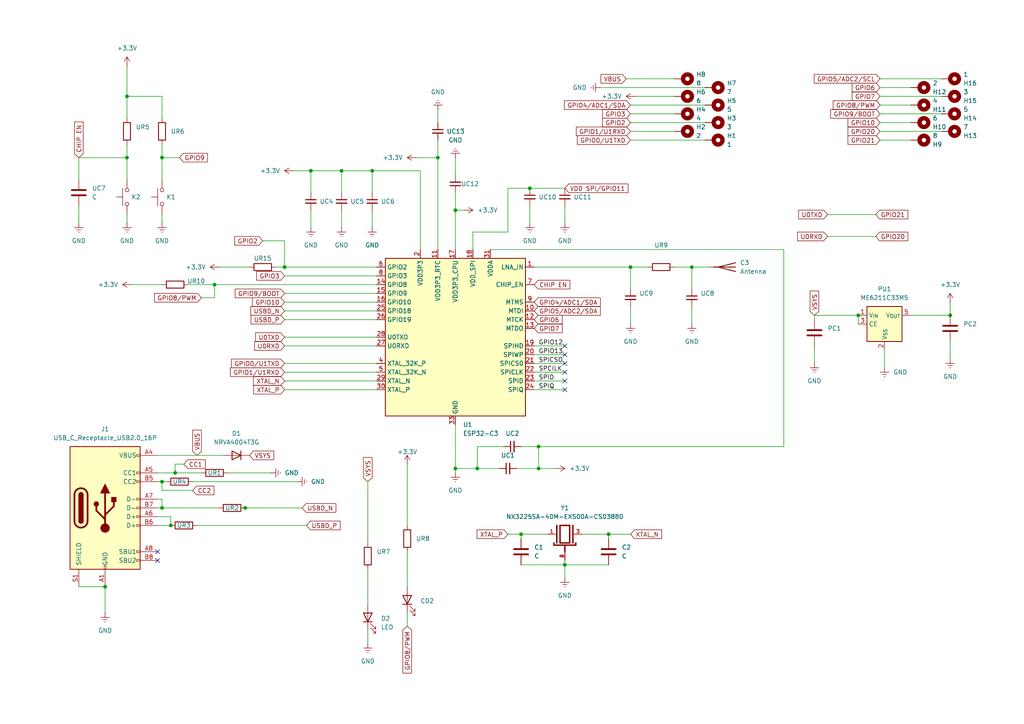
<source format=kicad_sch>
(kicad_sch (version 20231120) (generator "eeschema") (generator_version "8.0")
  (paper "A4")
  (title_block (title "ESP32-C3 ") (date "2025-01-08") (company "Asfandyar Khan"))
  (lib_symbols
    (symbol "Connector:USB_C_Receptacle_USB2.0_16P" (pin_names (offset 1.016))
      (property "Reference" "J" (at 0 22.225 0))
      (property "Value" "USB_C_Receptacle_USB2.0_16P" (at 0 19.685 0))
      (symbol "USB_C_Receptacle_USB2.0_16P_1_1"
        (pin passive line (at 0 -22.86 90) (length 5.08) (name "GND") (number "A1"))
        (pin passive line (at 0 -22.86 90) (length 5.08) hide (name "GND") (number "A12"))
        (pin passive line (at 15.24 15.24 180) (length 5.08) (name "VBUS") (number "A4"))
        (pin bidirectional line (at 15.24 10.16 180) (length 5.08) (name "CC1") (number "A5"))
        (pin bidirectional line (at 15.24 -2.54 180) (length 5.08) (name "D+") (number "A6"))
        (pin bidirectional line (at 15.24 2.54 180) (length 5.08) (name "D-") (number "A7"))
        (pin bidirectional line (at 15.24 -12.7 180) (length 5.08) (name "SBU1") (number "A8"))
        (pin passive line (at 15.24 15.24 180) (length 5.08) hide (name "VBUS") (number "A9"))
        (pin passive line (at 0 -22.86 90) (length 5.08) hide (name "GND") (number "B1"))
        (pin passive line (at 0 -22.86 90) (length 5.08) hide (name "GND") (number "B12"))
        (pin passive line (at 15.24 15.24 180) (length 5.08) hide (name "VBUS") (number "B4"))
        (pin bidirectional line (at 15.24 7.62 180) (length 5.08) (name "CC2") (number "B5"))
        (pin bidirectional line (at 15.24 -5.08 180) (length 5.08) (name "D+") (number "B6"))
        (pin bidirectional line (at 15.24 0 180) (length 5.08) (name "D-") (number "B7"))
        (pin bidirectional line (at 15.24 -15.24 180) (length 5.08) (name "SBU2") (number "B8"))
        (pin passive line (at 15.24 15.24 180) (length 5.08) hide (name "VBUS") (number "B9"))
        (pin passive line (at -7.62 -22.86 90) (length 5.08) (name "SHIELD") (number "S1"))
      )
    )
    (symbol "Device:Antenna" (pin_numbers hide) (pin_names (offset 1.016) hide)
      (property "Reference" "AE" (at -1.905 1.905 0))
      (property "Value" "Antenna" (at -1.905 0 0))
      (symbol "Antenna_1_1"
        (pin input line (at 0 -5.08 90) (length 2.54) (name "A") (number "1"))
      )
    )
    (symbol "Device:C" (pin_numbers hide) (pin_names (offset 0.254))
      (property "Reference" "C" (at 0.635 2.54 0))
      (property "Value" "C" (at 0.635 -2.54 0))
      (symbol "C_1_1"
        (pin passive line (at 0 3.81 270) (length 2.794) (name "~") (number "1"))
        (pin passive line (at 0 -3.81 90) (length 2.794) (name "~") (number "2"))
      )
    )
    (symbol "Device:C_Small" (pin_numbers hide) (pin_names (offset 0.254) hide)
      (property "Reference" "C" (at 0.254 1.778 0))
      (property "Value" "C_Small" (at 0.254 -2.032 0))
      (symbol "C_Small_1_1"
        (pin passive line (at 0 2.54 270) (length 2.032) (name "~") (number "1"))
        (pin passive line (at 0 -2.54 90) (length 2.032) (name "~") (number "2"))
      )
    )
    (symbol "Device:LED" (pin_numbers hide) (pin_names (offset 1.016) hide)
      (property "Reference" "D" (at 0 2.54 0))
      (property "Value" "LED" (at 0 -2.54 0))
      (symbol "LED_1_1"
        (pin passive line (at -3.81 0 0) (length 2.54) (name "K") (number "1"))
        (pin passive line (at 3.81 0 180) (length 2.54) (name "A") (number "2"))
      )
    )
    (symbol "Device:R" (pin_numbers hide) (pin_names (offset 0))
      (property "Reference" "R" (at 2.032 0 90))
      (property "Value" "R" (at 0 0 90))
      (symbol "R_1_1"
        (pin passive line (at 0 3.81 270) (length 1.27) (name "~") (number "1"))
        (pin passive line (at 0 -3.81 90) (length 1.27) (name "~") (number "2"))
      )
    )
    (symbol "Diode:NRVA4004T3G" (pin_numbers hide) (pin_names hide)
      (property "Reference" "D" (at 0 2.54 0))
      (property "Value" "NRVA4004T3G" (at 0 -2.54 0))
      (symbol "NRVA4004T3G_1_1"
        (pin passive line (at -3.81 0 0) (length 2.54) (name "K") (number "1"))
        (pin passive line (at 3.81 0 180) (length 2.54) (name "A") (number "2"))
      )
    )
    (symbol "MCU_Espressif:ESP32-C3"
      (property "Reference" "U" (at -17.272 23.876 0))
      (property "Value" "ESP32-C3" (at 16.256 23.876 0))
      (symbol "ESP32-C3_1_1"
        (pin bidirectional line (at 22.86 20.32 180) (length 2.54) (name "LNA_IN") (number "1"))
        (pin bidirectional line (at 22.86 7.62 180) (length 2.54) (name "MTDI") (number "10"))
        (pin power_in line (at -5.08 25.4 270) (length 2.54) (name "VDD3P3_RTC") (number "11"))
        (pin bidirectional line (at 22.86 5.08 180) (length 2.54) (name "MTCK") (number "12"))
        (pin bidirectional line (at 22.86 2.54 180) (length 2.54) (name "MTDO") (number "13"))
        (pin bidirectional line (at -22.86 15.24 0) (length 2.54) (name "GPIO8") (number "14"))
        (pin bidirectional line (at -22.86 12.7 0) (length 2.54) (name "GPIO9") (number "15"))
        (pin bidirectional line (at -22.86 10.16 0) (length 2.54) (name "GPIO10") (number "16"))
        (pin power_in line (at 0 25.4 270) (length 2.54) (name "VDD3P3_CPU") (number "17"))
        (pin power_out line (at 5.08 25.4 270) (length 2.54) (name "VDD_SPI") (number "18"))
        (pin bidirectional line (at 22.86 -2.54 180) (length 2.54) (name "SPIHD") (number "19"))
        (pin power_in line (at -10.16 25.4 270) (length 2.54) (name "VDD3P3") (number "2"))
        (pin bidirectional line (at 22.86 -5.08 180) (length 2.54) (name "SPIWP") (number "20"))
        (pin bidirectional line (at 22.86 -7.62 180) (length 2.54) (name "SPICS0") (number "21"))
        (pin bidirectional line (at 22.86 -10.16 180) (length 2.54) (name "SPICLK") (number "22"))
        (pin bidirectional line (at 22.86 -12.7 180) (length 2.54) (name "SPID") (number "23"))
        (pin bidirectional line (at 22.86 -15.24 180) (length 2.54) (name "SPIQ") (number "24"))
        (pin bidirectional line (at -22.86 7.62 0) (length 2.54) (name "GPIO18") (number "25"))
        (pin bidirectional line (at -22.86 5.08 0) (length 2.54) (name "GPIO19") (number "26"))
        (pin bidirectional line (at -22.86 -2.54 0) (length 2.54) (name "U0RXD") (number "27"))
        (pin bidirectional line (at -22.86 0 0) (length 2.54) (name "U0TXD") (number "28"))
        (pin bidirectional line (at -22.86 -12.7 0) (length 2.54) (name "XTAL_N") (number "29"))
        (pin passive line (at -10.16 25.4 270) (length 2.54) hide (name "VDD3P3") (number "3"))
        (pin bidirectional line (at -22.86 -15.24 0) (length 2.54) (name "XTAL_P") (number "30"))
        (pin power_in line (at 10.16 25.4 270) (length 2.54) (name "VDDA") (number "31"))
        (pin passive line (at 10.16 25.4 270) (length 2.54) hide (name "VDDA") (number "32"))
        (pin power_in line (at 0 -25.4 90) (length 2.54) (name "GND") (number "33"))
        (pin bidirectional line (at -22.86 -7.62 0) (length 2.54) (name "XTAL_32K_P") (number "4"))
        (pin bidirectional line (at -22.86 -10.16 0) (length 2.54) (name "XTAL_32K_N") (number "5"))
        (pin bidirectional line (at -22.86 20.32 0) (length 2.54) (name "GPIO2") (number "6"))
        (pin bidirectional line (at 22.86 15.24 180) (length 2.54) (name "CHIP_EN") (number "7"))
        (pin bidirectional line (at -22.86 17.78 0) (length 2.54) (name "GPIO3") (number "8"))
        (pin bidirectional line (at 22.86 10.16 180) (length 2.54) (name "MTMS") (number "9"))
      )
    )
    (symbol "Mechanical:MountingHole_Pad" (pin_numbers hide) (pin_names (offset 1.016) hide) (exclude_from_sim yes) (in_bom no)
      (property "Reference" "H" (at 0 6.35 0))
      (property "Value" "MountingHole_Pad" (at 0 4.445 0))
      (symbol "MountingHole_Pad_1_1"
        (pin input line (at 0 -2.54 90) (length 2.54) (name "1") (number "1"))
      )
    )
    (symbol "NX3225SA-40M-EXS00A-CS03880:NX3225SA-40M-EXS00A-CS03880" (pin_names (offset 1.016))
      (property "Reference" "Y" (at -5.08 6.35 0))
      (property "Value" "NX3225SA-40M-EXS00A-CS03880" (at -5.08 3.81 0))
      (symbol "NX3225SA-40M-EXS00A-CS03880_0_0"
        (pin passive line (at -5.08 0 0) (length 2.54) (name "~") (number "1"))
        (pin power_in line (at 0 -7.62 90) (length 2.54) (name "~") (number "2"))
        (pin passive line (at 5.08 0 180) (length 2.54) (name "~") (number "3"))
        (pin power_in line (at 0 -7.62 90) (length 2.54) (name "~") (number "4"))
      )
    )
    (symbol "Regulator_Linear:ME6211C33M5"
      (property "Reference" "U" (at -4.572 6.35 0))
      (property "Value" "ME6211C33M5" (at 10.16 8.636 0))
      (symbol "ME6211C33M5_1_1"
        (pin power_in line (at -7.62 2.54 0) (length 2.54) (name "V_{IN}") (number "1"))
        (pin power_in line (at 0 -7.62 90) (length 2.54) (name "V_{SS}") (number "2"))
        (pin input line (at -7.62 0 0) (length 2.54) (name "CE") (number "3"))
        (pin no_connect line (at 5.08 0 180) (length 2.54) hide (name "NC") (number "4"))
        (pin power_out line (at 7.62 2.54 180) (length 2.54) (name "V_{OUT}") (number "5"))
      )
    )
    (symbol "Switch:SW_Omron_B3FS" (pin_numbers hide) (pin_names (offset 1.016) hide)
      (property "Reference" "SW" (at 1.27 2.54 0))
      (property "Value" "SW_Omron_B3FS" (at 0 -1.524 0))
      (symbol "SW_Omron_B3FS_0_1"
        (pin passive line (at -5.08 0 0) (length 2.54) (name "1") (number "1"))
        (pin passive line (at 5.08 0 180) (length 2.54) (name "2") (number "2"))
      )
    )
    (symbol "power:+3.3V" (power) (pin_numbers hide) (pin_names (offset 0) hide)
      (property "Value" "+3.3V" (at 0 3.556 0))
      (symbol "+3.3V_1_1"
        (pin power_in line (at 0 0 90) (length 0) (name "~") (number "1"))
      )
    )
    (symbol "power:Earth" (power) (pin_numbers hide) (pin_names (offset 0) hide)
      (property "Value" "Earth" (at 0 -3.81 0))
      (symbol "Earth_1_1"
        (pin power_in line (at 0 0 270) (length 0) (name "~") (number "1"))
      )
    )
  )
  (junction (at 62.23 82.55))
  (junction (at 99.06 49.53))
  (junction (at 176.53 154.94))
  (junction (at 151.13 154.94))
  (junction (at 82.55 77.47))
  (junction (at 90.17 49.53))
  (junction (at 36.83 45.72))
  (junction (at 50.8 137.16))
  (junction (at 127 45.72))
  (junction (at 107.95 49.53))
  (junction (at 132.08 135.89))
  (junction (at 156.21 135.89))
  (junction (at 49.53 152.4))
  (junction (at 132.08 60.96))
  (junction (at 36.83 27.94))
  (junction (at 156.21 129.54))
  (junction (at 46.99 147.32))
  (junction (at 200.66 77.47))
  (junction (at 153.67 54.61))
  (junction (at 30.48 170.18))
  (junction (at 275.59 91.44))
  (junction (at 138.43 135.89))
  (junction (at 182.88 77.47))
  (junction (at 163.83 163.83))
  (junction (at 248.92 91.44))
  (junction (at 71.12 147.32))
  (junction (at 46.99 139.7))
  (junction (at 46.99 45.72))
  (no_connect (at 45.72 162.56))
  (no_connect (at 163.83 110.49))
  (no_connect (at 163.83 102.87))
  (no_connect (at 45.72 160.02))
  (no_connect (at 163.83 105.41))
  (no_connect (at 163.83 100.33))
  (no_connect (at 163.83 113.03))
  (no_connect (at 163.83 107.95))
  (wire (pts (xy 132.08 123.19) (xy 132.08 135.89)))
  (wire (pts (xy 82.55 87.63) (xy 109.22 87.63)))
  (wire (pts (xy 45.72 152.4) (xy 49.53 152.4)))
  (wire (pts (xy 118.11 160.02) (xy 118.11 170.18)))
  (wire (pts (xy 255.27 40.64) (xy 264.16 40.64)))
  (wire (pts (xy 146.05 129.54) (xy 138.43 129.54)))
  (wire (pts (xy 36.83 52.07) (xy 36.83 45.72)))
  (wire (pts (xy 154.94 102.87) (xy 163.83 102.87)))
  (wire (pts (xy 236.22 91.44) (xy 248.92 91.44)))
  (wire (pts (xy 154.94 107.95) (xy 163.83 107.95)))
  (wire (pts (xy 147.32 54.61) (xy 153.67 54.61)))
  (wire (pts (xy 163.83 162.56) (xy 163.83 163.83)))
  (wire (pts (xy 163.83 163.83) (xy 176.53 163.83)))
  (wire (pts (xy 127 45.72) (xy 120.65 45.72)))
  (wire (pts (xy 132.08 60.96) (xy 132.08 72.39)))
  (wire (pts (xy 106.68 139.7) (xy 106.68 157.48)))
  (wire (pts (xy 55.88 139.7) (xy 86.36 139.7)))
  (wire (pts (xy 154.94 110.49) (xy 163.83 110.49)))
  (wire (pts (xy 38.1 82.55) (xy 46.99 82.55)))
  (wire (pts (xy 76.2 69.85) (xy 82.55 69.85)))
  (wire (pts (xy 22.86 59.69) (xy 22.86 64.77)))
  (wire (pts (xy 142.24 72.39) (xy 227.33 72.39)))
  (wire (pts (xy 132.08 50.8) (xy 132.08 45.72)))
  (wire (pts (xy 275.59 87.63) (xy 275.59 91.44)))
  (wire (pts (xy 138.43 129.54) (xy 138.43 135.89)))
  (wire (pts (xy 255.27 38.1) (xy 273.05 38.1)))
  (wire (pts (xy 45.72 149.86) (xy 49.53 149.86)))
  (wire (pts (xy 255.27 25.4) (xy 264.16 25.4)))
  (wire (pts (xy 255.27 27.94) (xy 273.05 27.94)))
  (wire (pts (xy 154.94 113.03) (xy 163.83 113.03)))
  (wire (pts (xy 82.55 77.47) (xy 109.22 77.47)))
  (wire (pts (xy 49.53 149.86) (xy 49.53 152.4)))
  (wire (pts (xy 45.72 139.7) (xy 46.99 139.7)))
  (wire (pts (xy 71.12 147.32) (xy 69.85 147.32)))
  (wire (pts (xy 256.54 101.6) (xy 256.54 106.68)))
  (wire (pts (xy 82.55 69.85) (xy 82.55 77.47)))
  (wire (pts (xy 236.22 100.33) (xy 236.22 105.41)))
  (wire (pts (xy 118.11 177.8) (xy 118.11 181.61)))
  (wire (pts (xy 90.17 49.53) (xy 99.06 49.53)))
  (wire (pts (xy 46.99 45.72) (xy 52.07 45.72)))
  (wire (pts (xy 176.53 154.94) (xy 176.53 156.21)))
  (wire (pts (xy 45.72 132.08) (xy 64.77 132.08)))
  (wire (pts (xy 36.83 27.94) (xy 36.83 34.29)))
  (wire (pts (xy 132.08 135.89) (xy 138.43 135.89)))
  (wire (pts (xy 66.04 137.16) (xy 78.74 137.16)))
  (wire (pts (xy 151.13 129.54) (xy 156.21 129.54)))
  (wire (pts (xy 62.23 82.55) (xy 109.22 82.55)))
  (wire (pts (xy 227.33 129.54) (xy 156.21 129.54)))
  (wire (pts (xy 121.92 49.53) (xy 107.95 49.53)))
  (wire (pts (xy 156.21 135.89) (xy 161.29 135.89)))
  (wire (pts (xy 46.99 34.29) (xy 46.99 27.94)))
  (wire (pts (xy 82.55 85.09) (xy 109.22 85.09)))
  (wire (pts (xy 127 31.75) (xy 127 35.56)))
  (wire (pts (xy 54.61 82.55) (xy 62.23 82.55)))
  (wire (pts (xy 22.86 45.72) (xy 22.86 52.07)))
  (wire (pts (xy 200.66 88.9) (xy 200.66 93.98)))
  (wire (pts (xy 182.88 88.9) (xy 182.88 93.98)))
  (wire (pts (xy 46.99 62.23) (xy 46.99 64.77)))
  (wire (pts (xy 153.67 59.69) (xy 153.67 64.77)))
  (wire (pts (xy 195.58 77.47) (xy 200.66 77.47)))
  (wire (pts (xy 106.68 182.88) (xy 106.68 186.69)))
  (wire (pts (xy 121.92 72.39) (xy 121.92 49.53)))
  (wire (pts (xy 138.43 135.89) (xy 144.78 135.89)))
  (wire (pts (xy 45.72 137.16) (xy 50.8 137.16)))
  (wire (pts (xy 36.83 19.05) (xy 36.83 27.94)))
  (wire (pts (xy 182.88 83.82) (xy 182.88 77.47)))
  (wire (pts (xy 137.16 72.39) (xy 137.16 67.31)))
  (wire (pts (xy 182.88 38.1) (xy 195.58 38.1)))
  (wire (pts (xy 151.13 154.94) (xy 151.13 156.21)))
  (wire (pts (xy 82.55 107.95) (xy 109.22 107.95)))
  (wire (pts (xy 132.08 135.89) (xy 132.08 137.16)))
  (wire (pts (xy 154.94 105.41) (xy 163.83 105.41)))
  (wire (pts (xy 82.55 113.03) (xy 109.22 113.03)))
  (wire (pts (xy 55.88 142.24) (xy 46.99 142.24)))
  (wire (pts (xy 82.55 80.01) (xy 109.22 80.01)))
  (wire (pts (xy 200.66 77.47) (xy 205.74 77.47)))
  (wire (pts (xy 182.88 40.64) (xy 204.47 40.64)))
  (wire (pts (xy 137.16 67.31) (xy 147.32 67.31)))
  (wire (pts (xy 46.99 147.32) (xy 63.5 147.32)))
  (wire (pts (xy 82.55 105.41) (xy 109.22 105.41)))
  (wire (pts (xy 181.61 22.86) (xy 195.58 22.86)))
  (wire (pts (xy 227.33 72.39) (xy 227.33 129.54)))
  (wire (pts (xy 248.92 91.44) (xy 248.92 93.98)))
  (wire (pts (xy 82.55 110.49) (xy 109.22 110.49)))
  (wire (pts (xy 57.15 152.4) (xy 88.9 152.4)))
  (wire (pts (xy 153.67 54.61) (xy 163.83 54.61)))
  (wire (pts (xy 106.68 165.1) (xy 106.68 175.26)))
  (wire (pts (xy 154.94 100.33) (xy 163.83 100.33)))
  (wire (pts (xy 163.83 163.83) (xy 163.83 167.64)))
  (wire (pts (xy 36.83 45.72) (xy 22.86 45.72)))
  (wire (pts (xy 151.13 154.94) (xy 158.75 154.94)))
  (wire (pts (xy 90.17 55.88) (xy 90.17 49.53)))
  (wire (pts (xy 99.06 60.96) (xy 99.06 66.04)))
  (wire (pts (xy 107.95 60.96) (xy 107.95 66.04)))
  (wire (pts (xy 255.27 30.48) (xy 264.16 30.48)))
  (wire (pts (xy 184.15 27.94) (xy 195.58 27.94)))
  (wire (pts (xy 62.23 86.36) (xy 62.23 82.55)))
  (wire (pts (xy 240.03 68.58) (xy 254 68.58)))
  (wire (pts (xy 255.27 35.56) (xy 264.16 35.56)))
  (wire (pts (xy 80.01 77.47) (xy 82.55 77.47)))
  (wire (pts (xy 154.94 77.47) (xy 182.88 77.47)))
  (wire (pts (xy 99.06 49.53) (xy 107.95 49.53)))
  (wire (pts (xy 30.48 170.18) (xy 30.48 177.8)))
  (wire (pts (xy 36.83 62.23) (xy 36.83 64.77)))
  (wire (pts (xy 46.99 144.78) (xy 45.72 144.78)))
  (wire (pts (xy 240.03 62.23) (xy 254 62.23)))
  (wire (pts (xy 176.53 154.94) (xy 182.88 154.94)))
  (wire (pts (xy 71.12 147.32) (xy 87.63 147.32)))
  (wire (pts (xy 50.8 134.62) (xy 50.8 137.16)))
  (wire (pts (xy 132.08 55.88) (xy 132.08 60.96)))
  (wire (pts (xy 168.91 154.94) (xy 176.53 154.94)))
  (wire (pts (xy 264.16 91.44) (xy 275.59 91.44)))
  (wire (pts (xy 151.13 163.83) (xy 163.83 163.83)))
  (wire (pts (xy 82.55 97.79) (xy 109.22 97.79)))
  (wire (pts (xy 147.32 67.31) (xy 147.32 54.61)))
  (wire (pts (xy 107.95 55.88) (xy 107.95 49.53)))
  (wire (pts (xy 82.55 90.17) (xy 109.22 90.17)))
  (wire (pts (xy 173.99 25.4) (xy 204.47 25.4)))
  (wire (pts (xy 236.22 92.71) (xy 236.22 91.44)))
  (wire (pts (xy 127 40.64) (xy 127 45.72)))
  (wire (pts (xy 90.17 60.96) (xy 90.17 66.04)))
  (wire (pts (xy 46.99 45.72) (xy 46.99 52.07)))
  (wire (pts (xy 85.09 49.53) (xy 90.17 49.53)))
  (wire (pts (xy 63.5 77.47) (xy 72.39 77.47)))
  (wire (pts (xy 82.55 92.71) (xy 109.22 92.71)))
  (wire (pts (xy 45.72 147.32) (xy 46.99 147.32)))
  (wire (pts (xy 156.21 129.54) (xy 156.21 135.89)))
  (wire (pts (xy 127 72.39) (xy 127 45.72)))
  (wire (pts (xy 147.32 154.94) (xy 151.13 154.94)))
  (wire (pts (xy 149.86 135.89) (xy 156.21 135.89)))
  (wire (pts (xy 255.27 22.86) (xy 273.05 22.86)))
  (wire (pts (xy 182.88 33.02) (xy 195.58 33.02)))
  (wire (pts (xy 163.83 59.69) (xy 163.83 64.77)))
  (wire (pts (xy 36.83 41.91) (xy 36.83 45.72)))
  (wire (pts (xy 46.99 41.91) (xy 46.99 45.72)))
  (wire (pts (xy 255.27 33.02) (xy 273.05 33.02)))
  (wire (pts (xy 46.99 139.7) (xy 48.26 139.7)))
  (wire (pts (xy 82.55 100.33) (xy 109.22 100.33)))
  (wire (pts (xy 53.34 134.62) (xy 50.8 134.62)))
  (wire (pts (xy 46.99 142.24) (xy 46.99 139.7)))
  (wire (pts (xy 275.59 99.06) (xy 275.59 104.14)))
  (wire (pts (xy 182.88 30.48) (xy 204.47 30.48)))
  (wire (pts (xy 118.11 134.62) (xy 118.11 152.4)))
  (wire (pts (xy 58.42 86.36) (xy 62.23 86.36)))
  (wire (pts (xy 99.06 55.88) (xy 99.06 49.53)))
  (wire (pts (xy 50.8 137.16) (xy 58.42 137.16)))
  (wire (pts (xy 182.88 77.47) (xy 187.96 77.47)))
  (wire (pts (xy 46.99 147.32) (xy 46.99 144.78)))
  (wire (pts (xy 132.08 60.96) (xy 134.62 60.96)))
  (wire (pts (xy 22.86 170.18) (xy 30.48 170.18)))
  (wire (pts (xy 182.88 35.56) (xy 204.47 35.56)))
  (wire (pts (xy 46.99 27.94) (xy 36.83 27.94)))
  (wire (pts (xy 200.66 83.82) (xy 200.66 77.47)))
  (label "SPIQ" (at 156.21 113.03 0))
  (label "GPIO12" (at 156.21 100.33 0))
  (label "SPICSO" (at 156.21 105.41 0))
  (label "SPID" (at 156.21 110.49 0))
  (label "SPCILK" (at 156.21 107.95 0))
  (label "GPIO13" (at 156.21 102.87 0))
  (global_label "GPIO4{slash}ADC1{slash}SDA" (shape input) (at 154.94 87.63 0) (property "Intersheetrefs" "${INTERSHEET_REFS}" (effects (hide yes))))
  (global_label "USBD_N" (shape input) (at 87.63 147.32 0) (property "Intersheetrefs" "${INTERSHEET_REFS}" (effects (hide yes))))
  (global_label "XTAL_P" (shape input) (at 82.55 113.03 180) (property "Intersheetrefs" "${INTERSHEET_REFS}" (effects (hide yes))))
  (global_label "GPIO20" (shape input) (at 255.27 38.1 180) (property "Intersheetrefs" "${INTERSHEET_REFS}" (effects (hide yes))))
  (global_label "USBD_P" (shape input) (at 82.55 92.71 180) (property "Intersheetrefs" "${INTERSHEET_REFS}" (effects (hide yes))))
  (global_label "CHIP EN" (shape input) (at 22.86 45.72 90) (property "Intersheetrefs" "${INTERSHEET_REFS}" (effects (hide yes))))
  (global_label "USBD_P" (shape input) (at 88.9 152.4 0) (property "Intersheetrefs" "${INTERSHEET_REFS}" (effects (hide yes))))
  (global_label "GPIO21" (shape input) (at 254 62.23 0) (property "Intersheetrefs" "${INTERSHEET_REFS}" (effects (hide yes))))
  (global_label "GPIO5{slash}ADC2{slash}SDA" (shape input) (at 154.94 90.17 0) (property "Intersheetrefs" "${INTERSHEET_REFS}" (effects (hide yes))))
  (global_label "XTAL_P" (shape input) (at 147.32 154.94 180) (property "Intersheetrefs" "${INTERSHEET_REFS}" (effects (hide yes))))
  (global_label "GPIO8{slash}PWM" (shape input) (at 58.42 86.36 180) (property "Intersheetrefs" "${INTERSHEET_REFS}" (effects (hide yes))))
  (global_label "XTAL_N" (shape input) (at 82.55 110.49 180) (property "Intersheetrefs" "${INTERSHEET_REFS}" (effects (hide yes))))
  (global_label "GPIO9{slash}BOOT" (shape input) (at 82.55 85.09 180) (property "Intersheetrefs" "${INTERSHEET_REFS}" (effects (hide yes))))
  (global_label "GPIO6" (shape input) (at 154.94 92.71 0) (property "Intersheetrefs" "${INTERSHEET_REFS}" (effects (hide yes))))
  (global_label "GPIO7" (shape input) (at 154.94 95.25 0) (property "Intersheetrefs" "${INTERSHEET_REFS}" (effects (hide yes))))
  (global_label "GPIO8{slash}PWM" (shape input) (at 255.27 30.48 180) (property "Intersheetrefs" "${INTERSHEET_REFS}" (effects (hide yes))))
  (global_label "GPIO10" (shape input) (at 255.27 35.56 180) (property "Intersheetrefs" "${INTERSHEET_REFS}" (effects (hide yes))))
  (global_label "GPIO0{slash}U1TXD" (shape input) (at 182.88 40.64 180) (property "Intersheetrefs" "${INTERSHEET_REFS}" (effects (hide yes))))
  (global_label "U0RXD" (shape input) (at 240.03 68.58 180) (property "Intersheetrefs" "${INTERSHEET_REFS}" (effects (hide yes))))
  (global_label "GPIO9{slash}BOOT" (shape input) (at 255.27 33.02 180) (property "Intersheetrefs" "${INTERSHEET_REFS}" (effects (hide yes))))
  (global_label "CC1" (shape input) (at 53.34 134.62 0) (property "Intersheetrefs" "${INTERSHEET_REFS}" (effects (hide yes))))
  (global_label "GPIO9" (shape input) (at 52.07 45.72 0) (property "Intersheetrefs" "${INTERSHEET_REFS}" (effects (hide yes))))
  (global_label "GPIO3" (shape input) (at 182.88 33.02 180) (property "Intersheetrefs" "${INTERSHEET_REFS}" (effects (hide yes))))
  (global_label "CC2" (shape input) (at 55.88 142.24 0) (property "Intersheetrefs" "${INTERSHEET_REFS}" (effects (hide yes))))
  (global_label "U0RXD" (shape input) (at 82.55 100.33 180) (property "Intersheetrefs" "${INTERSHEET_REFS}" (effects (hide yes))))
  (global_label "VBUS" (shape input) (at 57.15 132.08 90) (property "Intersheetrefs" "${INTERSHEET_REFS}" (effects (hide yes))))
  (global_label "GPIO2" (shape input) (at 76.2 69.85 180) (property "Intersheetrefs" "${INTERSHEET_REFS}" (effects (hide yes))))
  (global_label "VSYS" (shape input) (at 106.68 139.7 90) (property "Intersheetrefs" "${INTERSHEET_REFS}" (effects (hide yes))))
  (global_label "GPIO1{slash}U1RXD" (shape input) (at 182.88 38.1 180) (property "Intersheetrefs" "${INTERSHEET_REFS}" (effects (hide yes))))
  (global_label "XTAL_N" (shape input) (at 182.88 154.94 0) (property "Intersheetrefs" "${INTERSHEET_REFS}" (effects (hide yes))))
  (global_label "GPIO7" (shape input) (at 255.27 27.94 180) (property "Intersheetrefs" "${INTERSHEET_REFS}" (effects (hide yes))))
  (global_label "U0TXD" (shape input) (at 82.55 97.79 180) (property "Intersheetrefs" "${INTERSHEET_REFS}" (effects (hide yes))))
  (global_label "GPIO10" (shape input) (at 82.55 87.63 180) (property "Intersheetrefs" "${INTERSHEET_REFS}" (effects (hide yes))))
  (global_label "U0TXD" (shape input) (at 240.03 62.23 180) (property "Intersheetrefs" "${INTERSHEET_REFS}" (effects (hide yes))))
  (global_label "VDD SPI{slash}GPIO11" (shape input) (at 163.83 54.61 0) (property "Intersheetrefs" "${INTERSHEET_REFS}" (effects (hide yes))))
  (global_label "GPIO2" (shape input) (at 182.88 35.56 180) (property "Intersheetrefs" "${INTERSHEET_REFS}" (effects (hide yes))))
  (global_label "GPIO4{slash}ADC1{slash}SDA" (shape input) (at 182.88 30.48 180) (property "Intersheetrefs" "${INTERSHEET_REFS}" (effects (hide yes))))
  (global_label "GPIO3" (shape input) (at 82.55 80.01 180) (property "Intersheetrefs" "${INTERSHEET_REFS}" (effects (hide yes))))
  (global_label "VSYS" (shape input) (at 236.22 91.44 90) (property "Intersheetrefs" "${INTERSHEET_REFS}" (effects (hide yes))))
  (global_label "VBUS" (shape input) (at 181.61 22.86 180) (property "Intersheetrefs" "${INTERSHEET_REFS}" (effects (hide yes))))
  (global_label "GPIO20" (shape input) (at 254 68.58 0) (property "Intersheetrefs" "${INTERSHEET_REFS}" (effects (hide yes))))
  (global_label "GPIO8{slash}PWM" (shape input) (at 118.11 181.61 270) (property "Intersheetrefs" "${INTERSHEET_REFS}" (effects (hide yes))))
  (global_label "GPIO0{slash}U1TXD" (shape input) (at 82.55 105.41 180) (property "Intersheetrefs" "${INTERSHEET_REFS}" (effects (hide yes))))
  (global_label "GPIO5{slash}ADC2{slash}SCL" (shape input) (at 255.27 22.86 180) (property "Intersheetrefs" "${INTERSHEET_REFS}" (effects (hide yes))))
  (global_label "GPIO1{slash}U1RXD" (shape input) (at 82.55 107.95 180) (property "Intersheetrefs" "${INTERSHEET_REFS}" (effects (hide yes))))
  (global_label "CHIP EN" (shape input) (at 154.94 82.55 0) (property "Intersheetrefs" "${INTERSHEET_REFS}" (effects (hide yes))))
  (global_label "VSYS" (shape input) (at 72.39 132.08 0) (property "Intersheetrefs" "${INTERSHEET_REFS}" (effects (hide yes))))
  (global_label "USBD_N" (shape input) (at 82.55 90.17 180) (property "Intersheetrefs" "${INTERSHEET_REFS}" (effects (hide yes))))
  (global_label "GPIO6" (shape input) (at 255.27 25.4 180) (property "Intersheetrefs" "${INTERSHEET_REFS}" (effects (hide yes))))
  (global_label "GPIO21" (shape input) (at 255.27 40.64 180) (property "Intersheetrefs" "${INTERSHEET_REFS}" (effects (hide yes))))
  (symbol (lib_id "Device:R") (at 46.99 38.1 0) (unit 1)
    (property "Reference" "UR6" (at 49.53 38.0999 0) (effects (justify left)))
    (property "Value" "10" (effects (hide yes)))
    (property "Footprint" "RC0201FR-0768KL:RESC0603X26N" (effects (hide yes)))
    (property "Description" "Resistor" (effects (hide yes)))
  )
  (symbol (lib_id "power:Earth") (at 132.08 45.72 180) (unit 1)
    (property "Reference" "#PWR011" (effects (hide yes)))
    (property "Value" "GND" (at 132.08 40.64 0))
    (property "Description" "Power symbol creates a global label with name \"Earth\"" (effects (hide yes)))
  )
  (symbol (lib_id "power:+3.3V") (at 120.65 45.72 90) (unit 1)
    (property "Reference" "#PWR08" (effects (hide yes)))
    (property "Value" "+3.3V" (at 116.84 45.7199 90) (effects (justify left)))
    (property "Description" "Power symbol creates a global label with name \"+3.3V\"" (effects (hide yes)))
  )
  (symbol (lib_id "power:+3.3V") (at 161.29 135.89 270) (unit 1)
    (property "Reference" "#PWR016" (effects (hide yes)))
    (property "Value" "+3.3V" (at 165.1 135.8899 90) (effects (justify left)))
    (property "Description" "Power symbol creates a global label with name \"+3.3V\"" (effects (hide yes)))
  )
  (symbol (lib_id "power:Earth") (at 163.83 64.77 0) (unit 1)
    (property "Reference" "#PWR014" (effects (hide yes)))
    (property "Value" "GND" (at 163.83 69.85 0))
    (property "Description" "Power symbol creates a global label with name \"Earth\"" (effects (hide yes)))
  )
  (symbol (lib_id "power:Earth") (at 163.83 167.64 0) (unit 1)
    (property "Reference" "#PWR017" (effects (hide yes)))
    (property "Value" "GND" (at 163.83 172.72 0))
    (property "Description" "Power symbol creates a global label with name \"Earth\"" (effects (hide yes)))
  )
  (symbol (lib_id "Device:C_Small") (at 200.66 86.36 0) (unit 1)
    (property "Reference" "UC8" (at 203.2 85.0962 0) (effects (justify left)))
    (property "Value" "C" (effects (hide yes)))
    (property "Footprint" "GRM033R61E431KA01D:CAPC0603X33N" (effects (hide yes)))
    (property "Description" "Unpolarized capacitor, small symbol" (effects (hide yes)))
  )
  (symbol (lib_id "power:Earth") (at 78.74 137.16 90) (unit 1)
    (property "Reference" "#PWR031" (effects (hide yes)))
    (property "Value" "GND" (at 82.55 137.1599 90) (effects (justify right)))
    (property "Description" "Power symbol creates a global label with name \"Earth\"" (effects (hide yes)))
  )
  (symbol (lib_id "power:+3.3V") (at 36.83 19.05 0) (unit 1)
    (property "Reference" "#PWR020" (effects (hide yes)))
    (property "Value" "+3.3V" (at 36.83 13.97 0))
    (property "Description" "Power symbol creates a global label with name \"+3.3V\"" (effects (hide yes)))
  )
  (symbol (lib_id "power:+3.3V") (at 184.15 27.94 90) (unit 1)
    (property "Reference" "#PWR028" (effects (hide yes)))
    (property "Value" "+3.3V" (at 180.34 27.9399 90) (effects (justify left)))
    (property "Description" "Power symbol creates a global label with name \"+3.3V\"" (effects (hide yes)))
  )
  (symbol (lib_id "MCU_Espressif:ESP32-C3") (at 132.08 97.79 0) (unit 1)
    (property "Reference" "U1" (at 134.2741 123.19 0) (effects (justify left)))
    (property "Value" "ESP32-C3" (at 134.2741 125.73 0) (effects (justify left)))
    (property "Footprint" "ESP32C3:QFN32_5X5MM" (effects (hide yes)))
    (property "Datasheet" "https://www.espressif.com/sites/default/files/documentation/esp32-c3_datasheet_en.pdf" (effects (hide yes)))
    (property "Description" "RF Module, ESP32 SoC, RISC-V, WiFi 802.11b/n/g, Bluetooth LE 5, QFN32" (effects (hide yes)))
  )
  (symbol (lib_id "Device:C_Small") (at 132.08 53.34 180) (unit 1)
    (property "Reference" "UC12" (at 138.938 53.34 0) (effects (justify left)))
    (property "Value" "C" (effects (hide yes)))
    (property "Footprint" "GRM033R61E431KA01D:CAPC0603X33N" (effects (hide yes)))
    (property "Description" "Unpolarized capacitor, small symbol" (effects (hide yes)))
  )
  (symbol (lib_id "Device:C") (at 22.86 55.88 0) (unit 1)
    (property "Reference" "UC7" (at 26.67 54.6099 0) (effects (justify left)))
    (property "Value" "C" (at 26.67 57.1499 0) (effects (justify left)))
    (property "Footprint" "GRM033R61E431KA01D:CAPC0603X33N" (effects (hide yes)))
    (property "Description" "Unpolarized capacitor" (effects (hide yes)))
  )
  (symbol (lib_id "power:Earth") (at 36.83 64.77 0) (unit 1)
    (property "Reference" "#PWR019" (effects (hide yes)))
    (property "Value" "GND" (at 36.83 69.85 0))
    (property "Description" "Power symbol creates a global label with name \"Earth\"" (effects (hide yes)))
  )
  (symbol (lib_id "power:Earth") (at 86.36 139.7 90) (unit 1)
    (property "Reference" "#PWR032" (effects (hide yes)))
    (property "Value" "GND" (at 90.17 139.6999 90) (effects (justify right)))
    (property "Description" "Power symbol creates a global label with name \"Earth\"" (effects (hide yes)))
  )
  (symbol (lib_id "Device:R") (at 191.77 77.47 90) (unit 1)
    (property "Reference" "UR9" (at 191.77 71.12 90))
    (property "Value" "R" (effects (hide yes)))
    (property "Footprint" "RC0201FR-0768KL:RESC0603X26N" (effects (hide yes)))
    (property "Description" "Resistor" (effects (hide yes)))
  )
  (symbol (lib_id "power:+3.3V") (at 85.09 49.53 90) (unit 1)
    (property "Reference" "#PWR06" (effects (hide yes)))
    (property "Value" "+3.3V" (at 81.28 49.5299 90) (effects (justify left)))
    (property "Description" "Power symbol creates a global label with name \"+3.3V\"" (effects (hide yes)))
  )
  (symbol (lib_id "Device:C_Small") (at 163.83 57.15 0) (unit 1)
    (property "Reference" "UC11" (at 166.37 57.1562 0) (effects (justify left)))
    (property "Value" "C" (effects (hide yes)))
    (property "Footprint" "GRM033R61E431KA01D:CAPC0603X33N" (effects (hide yes)))
    (property "Description" "Unpolarized capacitor, small symbol" (effects (hide yes)))
  )
  (symbol (lib_id "Mechanical:MountingHole_Pad") (at 266.7 35.56 270) (mirror x) (unit 1) (exclude_from_sim yes) (in_bom no)
    (property "Reference" "H10" (at 270.51 36.8301 90) (effects (justify left)))
    (property "Value" "6" (at 270.51 34.2901 90) (effects (justify left)))
    (property "Footprint" "Connector_Pin:Pin_D1.1mm_L8.5mm_W2.5mm_FlatFork" (effects (hide yes)))
    (property "Description" "Mounting Hole with connection" (effects (hide yes)))
  )
  (symbol (lib_id "power:Earth") (at 200.66 93.98 0) (unit 1)
    (property "Reference" "#PWR02" (effects (hide yes)))
    (property "Value" "GND" (at 200.66 99.06 0))
    (property "Description" "Power symbol creates a global label with name \"Earth\"" (effects (hide yes)))
  )
  (symbol (lib_id "Device:R") (at 36.83 38.1 0) (unit 1)
    (property "Reference" "UR5" (at 39.37 36.8299 0) (effects (justify left)))
    (property "Value" "R" (effects (hide yes)))
    (property "Footprint" "RC0201FR-0768KL:RESC0603X26N" (effects (hide yes)))
    (property "Description" "Resistor" (effects (hide yes)))
  )
  (symbol (lib_id "Mechanical:MountingHole_Pad") (at 207.01 30.48 270) (unit 1) (exclude_from_sim yes) (in_bom no)
    (property "Reference" "H5" (at 210.82 29.2099 90) (effects (justify left)))
    (property "Value" "5" (at 210.82 31.7499 90) (effects (justify left)))
    (property "Footprint" "Connector_Pin:Pin_D1.1mm_L8.5mm_W2.5mm_FlatFork" (effects (hide yes)))
    (property "Description" "Mounting Hole with connection" (effects (hide yes)))
  )
  (symbol (lib_id "Mechanical:MountingHole_Pad") (at 207.01 25.4 270) (unit 1) (exclude_from_sim yes) (in_bom no)
    (property "Reference" "H7" (at 210.82 24.1299 90) (effects (justify left)))
    (property "Value" "7" (at 210.82 26.6699 90) (effects (justify left)))
    (property "Footprint" "Connector_Pin:Pin_D1.1mm_L8.5mm_W2.5mm_FlatFork" (effects (hide yes)))
    (property "Description" "Mounting Hole with connection" (effects (hide yes)))
  )
  (symbol (lib_id "Mechanical:MountingHole_Pad") (at 275.59 38.1 270) (mirror x) (unit 1) (exclude_from_sim yes) (in_bom no)
    (property "Reference" "H13" (at 279.4 39.3701 90) (effects (justify left)))
    (property "Value" "7" (at 279.4 36.8301 90) (effects (justify left)))
    (property "Footprint" "Connector_Pin:Pin_D1.1mm_L8.5mm_W2.5mm_FlatFork" (effects (hide yes)))
    (property "Description" "Mounting Hole with connection" (effects (hide yes)))
  )
  (symbol (lib_id "power:Earth") (at 90.17 66.04 0) (unit 1)
    (property "Reference" "#PWR05" (effects (hide yes)))
    (property "Value" "GND" (at 90.17 71.12 0))
    (property "Description" "Power symbol creates a global label with name \"Earth\"" (effects (hide yes)))
  )
  (symbol (lib_id "power:Earth") (at 127 31.75 180) (unit 1)
    (property "Reference" "#PWR09" (effects (hide yes)))
    (property "Value" "GND" (at 127 26.67 0))
    (property "Description" "Power symbol creates a global label with name \"Earth\"" (effects (hide yes)))
  )
  (symbol (lib_id "Mechanical:MountingHole_Pad") (at 275.59 27.94 270) (mirror x) (unit 1) (exclude_from_sim yes) (in_bom no)
    (property "Reference" "H15" (at 279.4 29.2101 90) (effects (justify left)))
    (property "Value" "3" (at 279.4 26.6701 90) (effects (justify left)))
    (property "Footprint" "Connector_Pin:Pin_D1.1mm_L8.5mm_W2.5mm_FlatFork" (effects (hide yes)))
    (property "Description" "Mounting Hole with connection" (effects (hide yes)))
  )
  (symbol (lib_id "Mechanical:MountingHole_Pad") (at 275.59 33.02 270) (mirror x) (unit 1) (exclude_from_sim yes) (in_bom no)
    (property "Reference" "H14" (at 279.4 34.2901 90) (effects (justify left)))
    (property "Value" "5" (at 279.4 31.7501 90) (effects (justify left)))
    (property "Footprint" "Connector_Pin:Pin_D1.1mm_L8.5mm_W2.5mm_FlatFork" (effects (hide yes)))
    (property "Description" "Mounting Hole with connection" (effects (hide yes)))
  )
  (symbol (lib_id "Device:C") (at 275.59 95.25 0) (unit 1)
    (property "Reference" "PC2" (at 279.4 93.9799 0) (effects (justify left)))
    (property "Value" "C" (effects (hide yes)))
    (property "Footprint" "C0402C152J5GACTU:CAPC1005X55N" (effects (hide yes)))
    (property "Description" "Unpolarized capacitor" (effects (hide yes)))
  )
  (symbol (lib_id "Mechanical:MountingHole_Pad") (at 266.7 25.4 270) (mirror x) (unit 1) (exclude_from_sim yes) (in_bom no)
    (property "Reference" "H12" (at 270.51 26.6701 90) (effects (justify left)))
    (property "Value" "2" (at 270.51 24.1301 90) (effects (justify left)))
    (property "Footprint" "Connector_Pin:Pin_D1.1mm_L8.5mm_W2.5mm_FlatFork" (effects (hide yes)))
    (property "Description" "Mounting Hole with connection" (effects (hide yes)))
  )
  (symbol (lib_id "Device:R") (at 106.68 161.29 0) (unit 1)
    (property "Reference" "UR7" (at 109.22 160.0199 0) (effects (justify left)))
    (property "Value" "R" (effects (hide yes)))
    (property "Footprint" "RC0201FR-0768KL:RESC0603X26N" (effects (hide yes)))
    (property "Description" "Resistor" (effects (hide yes)))
  )
  (symbol (lib_id "NX3225SA-40M-EXS00A-CS03880:NX3225SA-40M-EXS00A-CS03880") (at 163.83 154.94 0) (unit 1)
    (property "Reference" "Y1" (at 163.83 147.32 0))
    (property "Value" "NX3225SA-40M-EXS00A-CS03880" (at 163.83 149.86 0))
    (property "Footprint" "NX3225SA-40M-EXS00A-CS03880:OSCCC320X250X60" (effects (hide yes)))
    (property "MF" "NDK America, Inc." (effects (hide yes)))
    (property "MAXIMUM_PACKAGE_HEIGHT" "0.6 mm" (effects (hide yes)))
    (property "Package" "SMD-4 NDK America," (effects (hide yes)))
    (property "Price" "None" (effects (hide yes)))
    (property "Check_prices" "https://www.snapeda.com/parts/NX3225SA-40M-EXS00A-CS03880/NDK/view-part/?ref=eda" (effects (hide yes)))
    (property "STANDARD" "IPC 7351B" (effects (hide yes)))
    (property "PARTREV" "August.07.2014" (effects (hide yes)))
    (property "SnapEDA_Link" "https://www.snapeda.com/parts/NX3225SA-40M-EXS00A-CS03880/NDK/view-part/?ref=snap" (effects (hide yes)))
    (property "MP" "NX3225SA-40M-EXS00A-CS03880" (effects (hide yes)))
    (property "Description_1" "\n                        \n                            40 MHz ±10ppm Crystal 10pF 50 Ohms 4-SMD, No Lead\n                        \n" (effects (hide yes)))
    (property "Availability" "In Stock" (effects (hide yes)))
    (property "MANUFACTURER" "NDK" (effects (hide yes)))
  )
  (symbol (lib_id "Device:C") (at 151.13 160.02 0) (unit 1)
    (property "Reference" "C1" (at 154.94 158.7499 0) (effects (justify left)))
    (property "Value" "C" (at 154.94 161.2899 0) (effects (justify left)))
    (property "Footprint" "GRM033R61E431KA01D:CAPC0603X33N" (effects (hide yes)))
    (property "Description" "Unpolarized capacitor" (effects (hide yes)))
  )
  (symbol (lib_id "power:Earth") (at 132.08 137.16 0) (unit 1)
    (property "Reference" "#PWR015" (effects (hide yes)))
    (property "Value" "GND" (at 132.08 142.24 0))
    (property "Description" "Power symbol creates a global label with name \"Earth\"" (effects (hide yes)))
  )
  (symbol (lib_id "power:Earth") (at 46.99 64.77 0) (unit 1)
    (property "Reference" "#PWR021" (effects (hide yes)))
    (property "Value" "GND" (at 46.99 69.85 0))
    (property "Description" "Power symbol creates a global label with name \"Earth\"" (effects (hide yes)))
  )
  (symbol (lib_id "power:Earth") (at 173.99 25.4 270) (unit 1)
    (property "Reference" "#PWR027" (effects (hide yes)))
    (property "Value" "GND" (at 170.18 25.3999 90) (effects (justify right)))
    (property "Description" "Power symbol creates a global label with name \"Earth\"" (effects (hide yes)))
  )
  (symbol (lib_id "power:Earth") (at 22.86 64.77 0) (unit 1)
    (property "Reference" "#PWR018" (effects (hide yes)))
    (property "Value" "GND" (at 22.86 69.85 0))
    (property "Description" "Power symbol creates a global label with name \"Earth\"" (effects (hide yes)))
  )
  (symbol (lib_id "Mechanical:MountingHole_Pad") (at 198.12 22.86 270) (unit 1) (exclude_from_sim yes) (in_bom no)
    (property "Reference" "H8" (at 201.93 21.5899 90) (effects (justify left)))
    (property "Value" "8" (at 201.93 24.1299 90) (effects (justify left)))
    (property "Footprint" "Connector_Pin:Pin_D1.1mm_L8.5mm_W2.5mm_FlatFork" (effects (hide yes)))
    (property "Description" "Mounting Hole with connection" (effects (hide yes)))
  )
  (symbol (lib_id "Mechanical:MountingHole_Pad") (at 198.12 27.94 270) (unit 1) (exclude_from_sim yes) (in_bom no)
    (property "Reference" "H6" (at 201.93 26.6699 90) (effects (justify left)))
    (property "Value" "6" (at 201.93 29.2099 90) (effects (justify left)))
    (property "Footprint" "Connector_Pin:Pin_D1.1mm_L8.5mm_W2.5mm_FlatFork" (effects (hide yes)))
    (property "Description" "Mounting Hole with connection" (effects (hide yes)))
  )
  (symbol (lib_id "power:+3.3V") (at 63.5 77.47 90) (unit 1)
    (property "Reference" "#PWR07" (effects (hide yes)))
    (property "Value" "+3.3V" (at 59.69 77.4699 90) (effects (justify left)))
    (property "Description" "Power symbol creates a global label with name \"+3.3V\"" (effects (hide yes)))
  )
  (symbol (lib_id "Device:C_Small") (at 147.32 135.89 90) (unit 1)
    (property "Reference" "UC1" (at 147.3263 132.08 90))
    (property "Value" "C" (effects (hide yes)))
    (property "Footprint" "GRM033R61E431KA01D:CAPC0603X33N" (effects (hide yes)))
    (property "Description" "Unpolarized capacitor, small symbol" (effects (hide yes)))
  )
  (symbol (lib_id "Mechanical:MountingHole_Pad") (at 266.7 40.64 270) (mirror x) (unit 1) (exclude_from_sim yes) (in_bom no)
    (property "Reference" "H9" (at 270.51 41.9101 90) (effects (justify left)))
    (property "Value" "8" (at 270.51 39.3701 90) (effects (justify left)))
    (property "Footprint" "Connector_Pin:Pin_D1.1mm_L8.5mm_W2.5mm_FlatFork" (effects (hide yes)))
    (property "Description" "Mounting Hole with connection" (effects (hide yes)))
  )
  (symbol (lib_id "Device:R") (at 118.11 156.21 0) (unit 1)
    (property "Reference" "UR8" (at 120.65 156.2099 0) (effects (justify left)))
    (property "Value" "R" (effects (hide yes)))
    (property "Footprint" "RC0201FR-0768KL:RESC0603X26N" (effects (hide yes)))
    (property "Description" "Resistor" (effects (hide yes)))
  )
  (symbol (lib_id "Device:R") (at 62.23 137.16 90) (unit 1)
    (property "Reference" "UR1" (at 62.23 137.16 90))
    (property "Value" "R" (effects (hide yes)))
    (property "Footprint" "RC0201FR-0768KL:RESC0603X26N" (effects (hide yes)))
    (property "Description" "Resistor" (effects (hide yes)))
  )
  (symbol (lib_id "Device:C_Small") (at 182.88 86.36 0) (unit 1)
    (property "Reference" "UC9" (at 185.42 85.0962 0) (effects (justify left)))
    (property "Value" "C" (effects (hide yes)))
    (property "Footprint" "GRM033R61E431KA01D:CAPC0603X33N" (effects (hide yes)))
    (property "Description" "Unpolarized capacitor, small symbol" (effects (hide yes)))
  )
  (symbol (lib_id "Device:C_Small") (at 148.59 129.54 90) (unit 1)
    (property "Reference" "UC2" (at 148.5963 125.73 90))
    (property "Value" "C" (effects (hide yes)))
    (property "Footprint" "GRM033R61E431KA01D:CAPC0603X33N" (effects (hide yes)))
    (property "Description" "Unpolarized capacitor, small symbol" (effects (hide yes)))
  )
  (symbol (lib_id "power:+3.3V") (at 118.11 134.62 0) (unit 1)
    (property "Reference" "#PWR023" (effects (hide yes)))
    (property "Value" "+3.3V" (at 118.11 131.064 0))
    (property "Description" "Power symbol creates a global label with name \"+3.3V\"" (effects (hide yes)))
  )
  (symbol (lib_id "power:+3.3V") (at 38.1 82.55 90) (unit 1)
    (property "Reference" "#PWR010" (effects (hide yes)))
    (property "Value" "+3.3V" (at 34.29 82.5499 90) (effects (justify left)))
    (property "Description" "Power symbol creates a global label with name \"+3.3V\"" (effects (hide yes)))
  )
  (symbol (lib_id "power:Earth") (at 107.95 66.04 0) (unit 1)
    (property "Reference" "#PWR04" (effects (hide yes)))
    (property "Value" "GND" (at 107.95 71.12 0))
    (property "Description" "Power symbol creates a global label with name \"Earth\"" (effects (hide yes)))
  )
  (symbol (lib_id "Mechanical:MountingHole_Pad") (at 207.01 35.56 270) (unit 1) (exclude_from_sim yes) (in_bom no)
    (property "Reference" "H3" (at 210.82 34.2899 90) (effects (justify left)))
    (property "Value" "3" (at 210.82 36.8299 90) (effects (justify left)))
    (property "Footprint" "Connector_Pin:Pin_D1.1mm_L8.5mm_W2.5mm_FlatFork" (effects (hide yes)))
    (property "Description" "Mounting Hole with connection" (effects (hide yes)))
  )
  (symbol (lib_id "power:Earth") (at 99.06 66.04 0) (unit 1)
    (property "Reference" "#PWR03" (effects (hide yes)))
    (property "Value" "GND" (at 99.06 71.12 0))
    (property "Description" "Power symbol creates a global label with name \"Earth\"" (effects (hide yes)))
  )
  (symbol (lib_id "Device:C_Small") (at 127 38.1 0) (unit 1)
    (property "Reference" "UC13" (at 129.54 38.1062 0) (effects (justify left)))
    (property "Value" "C" (effects (hide yes)))
    (property "Footprint" "GRM033R61E431KA01D:CAPC0603X33N" (effects (hide yes)))
    (property "Description" "Unpolarized capacitor, small symbol" (effects (hide yes)))
  )
  (symbol (lib_id "Device:C_Small") (at 107.95 58.42 0) (unit 1)
    (property "Reference" "UC6" (at 110.49 58.4262 0) (effects (justify left)))
    (property "Value" "C" (effects (hide yes)))
    (property "Footprint" "GRM033R61E431KA01D:CAPC0603X33N" (effects (hide yes)))
    (property "Description" "Unpolarized capacitor, small symbol" (effects (hide yes)))
  )
  (symbol (lib_id "Device:C") (at 176.53 160.02 0) (unit 1)
    (property "Reference" "C2" (at 180.34 158.7499 0) (effects (justify left)))
    (property "Value" "C" (at 180.34 161.2899 0) (effects (justify left)))
    (property "Footprint" "GRM033R61E431KA01D:CAPC0603X33N" (effects (hide yes)))
    (property "Description" "Unpolarized capacitor" (effects (hide yes)))
  )
  (symbol (lib_id "Mechanical:MountingHole_Pad") (at 266.7 30.48 270) (mirror x) (unit 1) (exclude_from_sim yes) (in_bom no)
    (property "Reference" "H11" (at 270.51 31.7501 90) (effects (justify left)))
    (property "Value" "4" (at 270.51 29.2101 90) (effects (justify left)))
    (property "Footprint" "Connector_Pin:Pin_D1.1mm_L8.5mm_W2.5mm_FlatFork" (effects (hide yes)))
    (property "Description" "Mounting Hole with connection" (effects (hide yes)))
  )
  (symbol (lib_id "Device:R") (at 52.07 139.7 90) (unit 1)
    (property "Reference" "UR4" (at 52.07 139.7 90))
    (property "Value" "R" (effects (hide yes)))
    (property "Footprint" "RC0201FR-0768KL:RESC0603X26N" (effects (hide yes)))
    (property "Description" "Resistor" (effects (hide yes)))
  )
  (symbol (lib_id "power:Earth") (at 256.54 106.68 0) (unit 1)
    (property "Reference" "#PWR030" (effects (hide yes)))
    (property "Value" "GND" (at 259.08 107.9499 0) (effects (justify left)))
    (property "Description" "Power symbol creates a global label with name \"Earth\"" (effects (hide yes)))
  )
  (symbol (lib_id "Device:R") (at 76.2 77.47 90) (unit 1)
    (property "Reference" "UR15" (at 76.2 74.93 90))
    (property "Value" "R" (effects (hide yes)))
    (property "Footprint" "RC0201FR-0768KL:RESC0603X26N" (effects (hide yes)))
    (property "Description" "Resistor" (effects (hide yes)))
  )
  (symbol (lib_id "Device:LED") (at 106.68 179.07 90) (unit 1)
    (property "Reference" "D2" (at 110.49 179.3874 90) (effects (justify right)))
    (property "Value" "LED" (at 110.49 181.9274 90) (effects (justify right)))
    (property "Footprint" "LED_SMD:LED_0603_1608Metric" (effects (hide yes)))
    (property "Description" "Light emitting diode" (effects (hide yes)))
  )
  (symbol (lib_id "Regulator_Linear:ME6211C33M5") (at 256.54 93.98 0) (unit 1)
    (property "Reference" "PU1" (at 256.54 83.82 0))
    (property "Value" "ME6211C33M5" (at 256.54 86.36 0))
    (property "Footprint" "LP3985IM5-3.3:SOT95P280X145-5N" (effects (hide yes)))
    (property "Datasheet" "https://www.lcsc.com/datasheet/lcsc_datasheet_2304140030_MICRONE-Nanjing-Micro-One-Elec-ME6211C33R5G_C235316.pdf" (effects (hide yes)))
    (property "Description" "500mA low dropout linear regulator, shutdown pin, 6.5V max input voltage, 3.3V fixed positive output, SOT-23-5" (effects (hide yes)))
  )
  (symbol (lib_id "power:Earth") (at 106.68 186.69 0) (unit 1)
    (property "Reference" "#PWR022" (effects (hide yes)))
    (property "Value" "GND" (at 106.68 191.77 0))
    (property "Description" "Power symbol creates a global label with name \"Earth\"" (effects (hide yes)))
  )
  (symbol (lib_id "Device:R") (at 67.31 147.32 90) (unit 1)
    (property "Reference" "UR2" (at 67.31 147.32 90))
    (property "Value" "R" (effects (hide yes)))
    (property "Footprint" "RC0201FR-0768KL:RESC0603X26N" (effects (hide yes)))
    (property "Description" "Resistor" (effects (hide yes)))
  )
  (symbol (lib_id "Device:R") (at 50.8 82.55 90) (unit 1)
    (property "Reference" "UR10" (at 56.896 81.534 90))
    (property "Value" "R" (effects (hide yes)))
    (property "Footprint" "RC0201FR-0768KL:RESC0603X26N" (effects (hide yes)))
    (property "Description" "Resistor" (effects (hide yes)))
  )
  (symbol (lib_id "Device:LED") (at 118.11 173.99 90) (unit 1)
    (property "Reference" "CD2" (at 121.92 174.3074 90) (effects (justify right)))
    (property "Value" "LED" (effects (hide yes)))
    (property "Footprint" "LED_SMD:LED_0603_1608Metric" (effects (hide yes)))
    (property "Description" "Light emitting diode" (effects (hide yes)))
  )
  (symbol (lib_id "Device:C_Small") (at 90.17 58.42 0) (unit 1)
    (property "Reference" "UC4" (at 92.71 58.4262 0) (effects (justify left)))
    (property "Value" "C" (effects (hide yes)))
    (property "Footprint" "C0402C152J5GACTU:CAPC1005X55N" (effects (hide yes)))
    (property "Description" "Unpolarized capacitor, small symbol" (effects (hide yes)))
  )
  (symbol (lib_id "Device:C") (at 236.22 96.52 0) (unit 1)
    (property "Reference" "PC1" (at 240.03 95.2499 0) (effects (justify left)))
    (property "Value" "C" (effects (hide yes)))
    (property "Footprint" "C0402C152J5GACTU:CAPC1005X55N" (effects (hide yes)))
    (property "Description" "Unpolarized capacitor" (effects (hide yes)))
  )
  (symbol (lib_id "Mechanical:MountingHole_Pad") (at 198.12 38.1 270) (unit 1) (exclude_from_sim yes) (in_bom no)
    (property "Reference" "H2" (at 201.93 36.8299 90) (effects (justify left)))
    (property "Value" "2" (at 201.93 39.3699 90) (effects (justify left)))
    (property "Footprint" "Connector_Pin:Pin_D1.1mm_L8.5mm_W2.5mm_FlatFork" (effects (hide yes)))
    (property "Description" "Mounting Hole with connection" (effects (hide yes)))
  )
  (symbol (lib_id "Switch:SW_Omron_B3FS") (at 36.83 57.15 90) (unit 1)
    (property "Reference" "K2" (at 38.1 57.1499 90) (effects (justify right)))
    (property "Value" "SW_Omron_B3FS" (effects (hide yes)))
    (property "Footprint" "SKRKAEE010:SKRK" (effects (hide yes)))
    (property "Datasheet" "https://omronfs.omron.com/en_US/ecb/products/pdf/en-b3fs.pdf" (effects (hide yes)))
    (property "Description" "Omron B3FS 6x6mm single pole normally-open tactile switch" (effects (hide yes)))
  )
  (symbol (lib_id "power:Earth") (at 153.67 64.77 0) (unit 1)
    (property "Reference" "#PWR013" (effects (hide yes)))
    (property "Value" "GND" (at 153.67 69.85 0))
    (property "Description" "Power symbol creates a global label with name \"Earth\"" (effects (hide yes)))
  )
  (symbol (lib_id "power:Earth") (at 182.88 93.98 0) (unit 1)
    (property "Reference" "#PWR01" (effects (hide yes)))
    (property "Value" "GND" (at 182.88 99.06 0))
    (property "Description" "Power symbol creates a global label with name \"Earth\"" (effects (hide yes)))
  )
  (symbol (lib_id "Connector:USB_C_Receptacle_USB2.0_16P") (at 30.48 147.32 0) (unit 1)
    (property "Reference" "J1" (at 30.48 124.46 0))
    (property "Value" "USB_C_Receptacle_USB2.0_16P" (at 30.48 127 0))
    (property "Footprint" "USB4105GFA:GCT_USB4105GFA" (effects (hide yes)))
    (property "Datasheet" "https://www.usb.org/sites/default/files/documents/usb_type-c.zip" (effects (hide yes)))
    (property "Description" "USB 2.0-only 16P Type-C Receptacle connector" (effects (hide yes)))
  )
  (symbol (lib_id "Switch:SW_Omron_B3FS") (at 46.99 57.15 90) (unit 1)
    (property "Reference" "K1" (at 48.26 57.1499 90) (effects (justify right)))
    (property "Value" "SW_Omron_B3FS" (effects (hide yes)))
    (property "Footprint" "SKRKAEE010:SKRK" (effects (hide yes)))
    (property "Datasheet" "https://omronfs.omron.com/en_US/ecb/products/pdf/en-b3fs.pdf" (effects (hide yes)))
    (property "Description" "Omron B3FS 6x6mm single pole normally-open tactile switch" (effects (hide yes)))
  )
  (symbol (lib_id "Mechanical:MountingHole_Pad") (at 275.59 22.86 270) (mirror x) (unit 1) (exclude_from_sim yes) (in_bom no)
    (property "Reference" "H16" (at 279.4 24.1301 90) (effects (justify left)))
    (property "Value" "1" (at 279.4 21.5901 90) (effects (justify left)))
    (property "Footprint" "Connector_Pin:Pin_D1.1mm_L8.5mm_W2.5mm_FlatFork" (effects (hide yes)))
    (property "Description" "Mounting Hole with connection" (effects (hide yes)))
  )
  (symbol (lib_id "Device:C_Small") (at 99.06 58.42 0) (unit 1)
    (property "Reference" "UC5" (at 101.6 58.4262 0) (effects (justify left)))
    (property "Value" "C" (effects (hide yes)))
    (property "Footprint" "GRM033R61E431KA01D:CAPC0603X33N" (effects (hide yes)))
    (property "Description" "Unpolarized capacitor, small symbol" (effects (hide yes)))
  )
  (symbol (lib_id "Mechanical:MountingHole_Pad") (at 207.01 40.64 270) (unit 1) (exclude_from_sim yes) (in_bom no)
    (property "Reference" "H1" (at 210.82 39.3699 90) (effects (justify left)))
    (property "Value" "1" (at 210.82 41.9099 90) (effects (justify left)))
    (property "Footprint" "Connector_Pin:Pin_D1.1mm_L8.5mm_W2.5mm_FlatFork" (effects (hide yes)))
    (property "Description" "Mounting Hole with connection" (effects (hide yes)))
  )
  (symbol (lib_id "Diode:NRVA4004T3G") (at 68.58 132.08 180) (unit 1)
    (property "Reference" "D1" (at 68.58 125.73 0))
    (property "Value" "NRVA4004T3G" (at 68.58 128.27 0))
    (property "Footprint" "Diode_SMD:D_SOD-323F" (effects (hide yes)))
    (property "Datasheet" "http://www.onsemi.com/pub_link/Collateral/MRA4003T3-D.PDF" (effects (hide yes)))
    (property "Description" "400V, 1A, General Purpose Rectifier Diode, SMA(DO-214AC)" (effects (hide yes)))
    (property "Sim.Device" "D" (effects (hide yes)))
    (property "Sim.Pins" "1=K 2=A" (effects (hide yes)))
  )
  (symbol (lib_id "power:+3.3V") (at 134.62 60.96 270) (unit 1)
    (property "Reference" "#PWR012" (effects (hide yes)))
    (property "Value" "+3.3V" (at 138.43 60.9599 90) (effects (justify left)))
    (property "Description" "Power symbol creates a global label with name \"+3.3V\"" (effects (hide yes)))
  )
  (symbol (lib_id "Mechanical:MountingHole_Pad") (at 198.12 33.02 270) (unit 1) (exclude_from_sim yes) (in_bom no)
    (property "Reference" "H4" (at 201.93 31.7499 90) (effects (justify left)))
    (property "Value" "4" (at 201.93 34.2899 90) (effects (justify left)))
    (property "Footprint" "Connector_Pin:Pin_D1.1mm_L8.5mm_W2.5mm_FlatFork" (effects (hide yes)))
    (property "Description" "Mounting Hole with connection" (effects (hide yes)))
  )
  (symbol (lib_id "power:Earth") (at 30.48 177.8 0) (unit 1)
    (property "Reference" "#PWR026" (effects (hide yes)))
    (property "Value" "GND" (at 30.48 182.88 0))
    (property "Description" "Power symbol creates a global label with name \"Earth\"" (effects (hide yes)))
  )
  (symbol (lib_id "Device:C_Small") (at 153.67 57.15 0) (unit 1)
    (property "Reference" "UC10" (at 156.21 57.1562 0) (effects (justify left)))
    (property "Value" "C" (effects (hide yes)))
    (property "Footprint" "GRM033R61E431KA01D:CAPC0603X33N" (effects (hide yes)))
    (property "Description" "Unpolarized capacitor, small symbol" (effects (hide yes)))
  )
  (symbol (lib_id "power:+3.3V") (at 275.59 87.63 0) (unit 1)
    (property "Reference" "#PWR025" (effects (hide yes)))
    (property "Value" "+3.3V" (at 275.59 82.55 0))
    (property "Description" "Power symbol creates a global label with name \"+3.3V\"" (effects (hide yes)))
  )
  (symbol (lib_id "power:Earth") (at 236.22 105.41 0) (unit 1)
    (property "Reference" "#PWR029" (effects (hide yes)))
    (property "Value" "GND" (at 236.22 110.49 0))
    (property "Description" "Power symbol creates a global label with name \"Earth\"" (effects (hide yes)))
  )
  (symbol (lib_id "Device:Antenna") (at 210.82 77.47 270) (unit 1)
    (property "Reference" "C3" (at 214.63 76.1999 90) (effects (justify left)))
    (property "Value" "Antenna" (at 214.63 78.7399 90) (effects (justify left)))
    (property "Footprint" "Inductor_SMD:L_Wuerth_HCI-5040" (effects (hide yes)))
    (property "Description" "Antenna" (effects (hide yes)))
  )
  (symbol (lib_id "Device:R") (at 53.34 152.4 90) (unit 1)
    (property "Reference" "UR3" (at 53.34 152.4 90))
    (property "Value" "R" (effects (hide yes)))
    (property "Footprint" "RC0201FR-0768KL:RESC0603X26N" (effects (hide yes)))
    (property "Description" "Resistor" (effects (hide yes)))
  )
  (symbol (lib_id "power:Earth") (at 275.59 104.14 0) (unit 1)
    (property "Reference" "#PWR024" (effects (hide yes)))
    (property "Value" "GND" (at 275.59 109.22 0))
    (property "Description" "Power symbol creates a global label with name \"Earth\"" (effects (hide yes)))
  )
)
</source>
